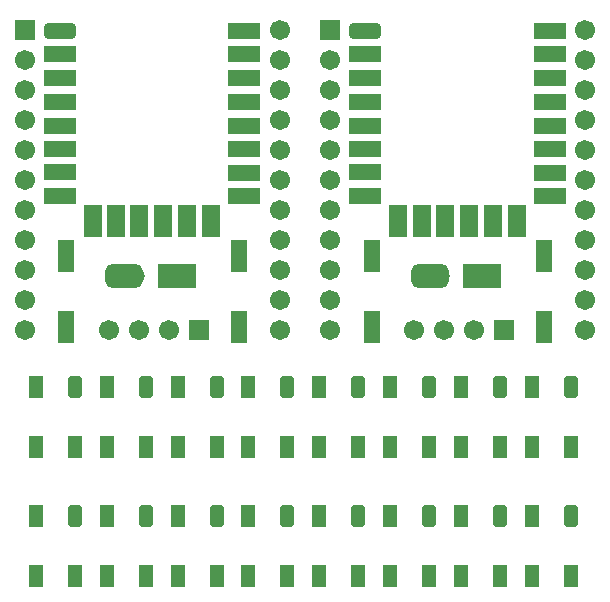
<source format=gts>
G04 Layer_Color=8388736*
%FSLAX23Y23*%
%MOIN*%
G70*
G01*
G75*
G04:AMPARAMS|DCode=35|XSize=126mil|YSize=79mil|CornerRadius=22mil|HoleSize=0mil|Usage=FLASHONLY|Rotation=0.000|XOffset=0mil|YOffset=0mil|HoleType=Round|Shape=RoundedRectangle|*
%AMROUNDEDRECTD35*
21,1,0.126,0.035,0,0,0.0*
21,1,0.083,0.079,0,0,0.0*
1,1,0.043,0.041,-0.018*
1,1,0.043,-0.041,-0.018*
1,1,0.043,-0.041,0.018*
1,1,0.043,0.041,0.018*
%
%ADD35ROUNDEDRECTD35*%
%ADD36R,0.126X0.079*%
%ADD37R,0.058X0.106*%
%ADD38R,0.108X0.053*%
%ADD39R,0.063X0.108*%
G04:AMPARAMS|DCode=40|XSize=53mil|YSize=108mil|CornerRadius=15mil|HoleSize=0mil|Usage=FLASHONLY|Rotation=90.000|XOffset=0mil|YOffset=0mil|HoleType=Round|Shape=RoundedRectangle|*
%AMROUNDEDRECTD40*
21,1,0.053,0.078,0,0,90.0*
21,1,0.023,0.108,0,0,90.0*
1,1,0.031,0.039,0.011*
1,1,0.031,0.039,-0.011*
1,1,0.031,-0.039,-0.011*
1,1,0.031,-0.039,0.011*
%
%ADD40ROUNDEDRECTD40*%
%ADD41R,0.047X0.075*%
%ADD42R,0.047X0.075*%
G04:AMPARAMS|DCode=43|XSize=75mil|YSize=47mil|CornerRadius=14mil|HoleSize=0mil|Usage=FLASHONLY|Rotation=270.000|XOffset=0mil|YOffset=0mil|HoleType=Round|Shape=RoundedRectangle|*
%AMROUNDEDRECTD43*
21,1,0.075,0.020,0,0,270.0*
21,1,0.047,0.047,0,0,270.0*
1,1,0.028,-0.010,-0.024*
1,1,0.028,-0.010,0.024*
1,1,0.028,0.010,0.024*
1,1,0.028,0.010,-0.024*
%
%ADD43ROUNDEDRECTD43*%
%ADD44C,0.058*%
%ADD45R,0.058X0.058*%
%ADD46C,0.067*%
%ADD47R,0.067X0.067*%
%ADD48R,0.067X0.067*%
D35*
X1402Y1099D02*
D03*
X383D02*
D03*
D36*
X1575D02*
D03*
X557D02*
D03*
D37*
X1207Y928D02*
D03*
Y1164D02*
D03*
X1782Y928D02*
D03*
Y1164D02*
D03*
X189Y928D02*
D03*
Y1164D02*
D03*
X764Y928D02*
D03*
Y1164D02*
D03*
D38*
X1800Y1757D02*
D03*
X1186Y1837D02*
D03*
Y1758D02*
D03*
Y1680D02*
D03*
Y1600D02*
D03*
Y1522D02*
D03*
Y1444D02*
D03*
Y1365D02*
D03*
X1801Y1364D02*
D03*
Y1443D02*
D03*
Y1521D02*
D03*
X1800Y1600D02*
D03*
Y1679D02*
D03*
Y1837D02*
D03*
Y1915D02*
D03*
X781Y1757D02*
D03*
X167Y1837D02*
D03*
Y1758D02*
D03*
Y1680D02*
D03*
Y1600D02*
D03*
Y1522D02*
D03*
Y1444D02*
D03*
Y1365D02*
D03*
X782Y1364D02*
D03*
Y1443D02*
D03*
Y1521D02*
D03*
X781Y1600D02*
D03*
Y1679D02*
D03*
Y1837D02*
D03*
Y1915D02*
D03*
D39*
X1296Y1283D02*
D03*
X1374D02*
D03*
X1452D02*
D03*
X1532D02*
D03*
X1610D02*
D03*
X1690D02*
D03*
X277D02*
D03*
X355D02*
D03*
X433D02*
D03*
X513D02*
D03*
X591D02*
D03*
X671D02*
D03*
D40*
X1186Y1915D02*
D03*
X167D02*
D03*
D41*
X87Y97D02*
D03*
Y297D02*
D03*
X324D02*
D03*
Y97D02*
D03*
X560D02*
D03*
Y297D02*
D03*
X796D02*
D03*
Y97D02*
D03*
X1032D02*
D03*
Y297D02*
D03*
X1269D02*
D03*
Y97D02*
D03*
X1505D02*
D03*
Y297D02*
D03*
X1741D02*
D03*
Y97D02*
D03*
X87Y530D02*
D03*
Y730D02*
D03*
X324D02*
D03*
Y530D02*
D03*
X560D02*
D03*
Y730D02*
D03*
X796D02*
D03*
Y530D02*
D03*
X1032D02*
D03*
Y730D02*
D03*
X1269D02*
D03*
Y530D02*
D03*
X1505D02*
D03*
Y730D02*
D03*
X1741D02*
D03*
Y530D02*
D03*
D42*
X217Y97D02*
D03*
X454D02*
D03*
X690D02*
D03*
X926D02*
D03*
X1162D02*
D03*
X1399D02*
D03*
X1635D02*
D03*
X1871D02*
D03*
X217Y530D02*
D03*
X454D02*
D03*
X690D02*
D03*
X926D02*
D03*
X1162D02*
D03*
X1399D02*
D03*
X1635D02*
D03*
X1871D02*
D03*
D43*
X217Y297D02*
D03*
X454D02*
D03*
X690D02*
D03*
X926D02*
D03*
X1162D02*
D03*
X1399D02*
D03*
X1635D02*
D03*
X1871D02*
D03*
X217Y730D02*
D03*
X454D02*
D03*
X690D02*
D03*
X926D02*
D03*
X1162D02*
D03*
X1399D02*
D03*
X1635D02*
D03*
X1871D02*
D03*
D44*
X1439Y1099D02*
D03*
X420D02*
D03*
D45*
X1539D02*
D03*
X520D02*
D03*
D46*
X1919Y1919D02*
D03*
Y1819D02*
D03*
Y1719D02*
D03*
Y1619D02*
D03*
Y1519D02*
D03*
Y1419D02*
D03*
Y1319D02*
D03*
Y1219D02*
D03*
Y1119D02*
D03*
Y1019D02*
D03*
Y919D02*
D03*
X1069Y1819D02*
D03*
Y1719D02*
D03*
Y1619D02*
D03*
Y1519D02*
D03*
Y1419D02*
D03*
Y1319D02*
D03*
Y1219D02*
D03*
Y1119D02*
D03*
Y1019D02*
D03*
Y919D02*
D03*
X1549D02*
D03*
X1449D02*
D03*
X1349D02*
D03*
X900Y1919D02*
D03*
Y1819D02*
D03*
Y1719D02*
D03*
Y1619D02*
D03*
Y1519D02*
D03*
Y1419D02*
D03*
Y1319D02*
D03*
Y1219D02*
D03*
Y1119D02*
D03*
Y1019D02*
D03*
Y919D02*
D03*
X50Y1819D02*
D03*
Y1719D02*
D03*
Y1619D02*
D03*
Y1519D02*
D03*
Y1419D02*
D03*
Y1319D02*
D03*
Y1219D02*
D03*
Y1119D02*
D03*
Y1019D02*
D03*
Y919D02*
D03*
X530D02*
D03*
X430D02*
D03*
X330D02*
D03*
D47*
X1069Y1919D02*
D03*
X50D02*
D03*
D48*
X1649Y919D02*
D03*
X630D02*
D03*
M02*

</source>
